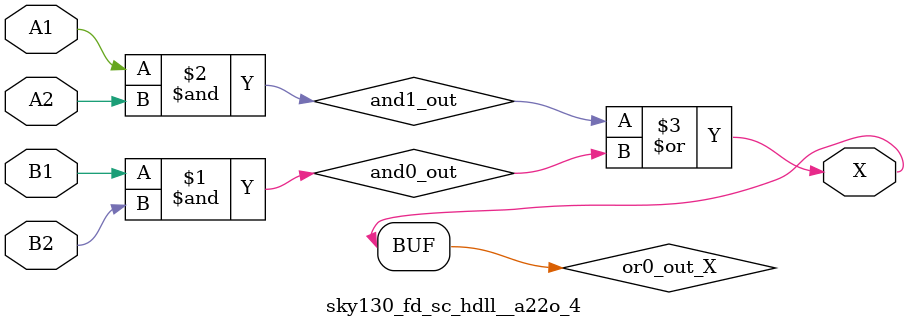
<source format=v>
/*
 * Copyright 2020 The SkyWater PDK Authors
 *
 * Licensed under the Apache License, Version 2.0 (the "License");
 * you may not use this file except in compliance with the License.
 * You may obtain a copy of the License at
 *
 *     https://www.apache.org/licenses/LICENSE-2.0
 *
 * Unless required by applicable law or agreed to in writing, software
 * distributed under the License is distributed on an "AS IS" BASIS,
 * WITHOUT WARRANTIES OR CONDITIONS OF ANY KIND, either express or implied.
 * See the License for the specific language governing permissions and
 * limitations under the License.
 *
 * SPDX-License-Identifier: Apache-2.0
*/


`ifndef SKY130_FD_SC_HDLL__A22O_4_FUNCTIONAL_V
`define SKY130_FD_SC_HDLL__A22O_4_FUNCTIONAL_V

/**
 * a22o: 2-input AND into both inputs of 2-input OR.
 *
 *       X = ((A1 & A2) | (B1 & B2))
 *
 * Verilog simulation functional model.
 */

`timescale 1ns / 1ps
`default_nettype none

`celldefine
module sky130_fd_sc_hdll__a22o_4 (
    X ,
    A1,
    A2,
    B1,
    B2
);

    // Module ports
    output X ;
    input  A1;
    input  A2;
    input  B1;
    input  B2;

    // Local signals
    wire and0_out ;
    wire and1_out ;
    wire or0_out_X;

    //  Name  Output     Other arguments
    and and0 (and0_out , B1, B2            );
    and and1 (and1_out , A1, A2            );
    or  or0  (or0_out_X, and1_out, and0_out);
    buf buf0 (X        , or0_out_X         );

endmodule
`endcelldefine

`default_nettype wire
`endif  // SKY130_FD_SC_HDLL__A22O_4_FUNCTIONAL_V

</source>
